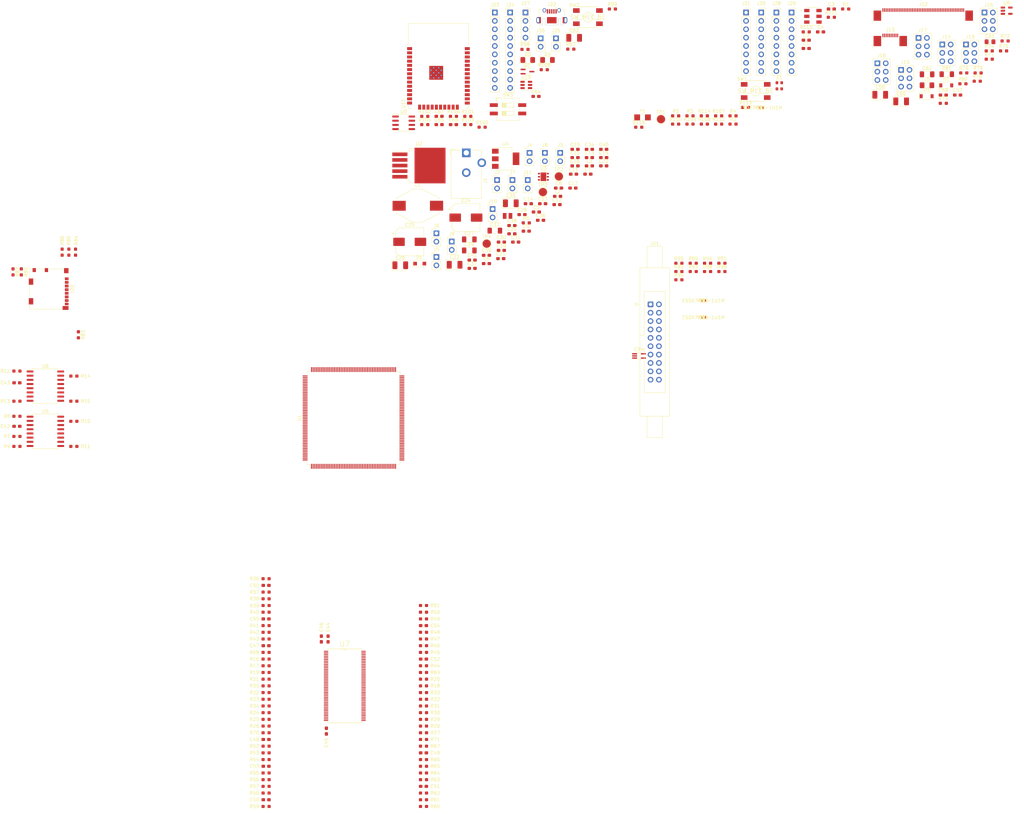
<source format=kicad_pcb>
(kicad_pcb (version 20211014) (generator pcbnew)
  (title_block (title "HardGFX Board") (date "2022-12-14") (rev "Rev.1") (company "HardGFX") (comment 1 "Esp. Eng. Sciarrone, Hanes Nahuel") (comment 2 "Master in embedded systems") (comment 3 "UBA - Facultad de Ingeniería"))
  (layers (0 "F.Cu" signal) (31 "B.Cu" signal) (34 "B.Paste" user) (35 "F.Paste" user) (36 "B.SilkS" user "B.Silkscreen") (37 "F.SilkS" user "F.Silkscreen") (38 "B.Mask" user) (39 "F.Mask" user) (44 "Edge.Cuts" user))
  (net 0 "")
  (net 1 "/RESET")
  (net 2 "GNDD")
  (net 3 "Net-(C2-Pad1)")
  (net 4 "Net-(C3-Pad1)")
  (net 5 "+3V3")
  (net 6 "/Power/VDD_MCU")
  (net 7 "/Power/Vin")
  (net 8 "+5V")
  (net 9 "+1V8")
  (net 10 "Net-(C30-Pad1)")
  (net 11 "GNDS")
  (net 12 "/VREF+")
  (net 13 "/Power/VDDA")
  (net 14 "/Power/VDD_SDC")
  (net 15 "Net-(C38-Pad1)")
  (net 16 "Net-(C39-Pad1)")
  (net 17 "Net-(C40-Pad1)")
  (net 18 "Net-(C41-Pad1)")
  (net 19 "Net-(C62-Pad1)")
  (net 20 "/USB_VBUS")
  (net 21 "Net-(C64-Pad1)")
  (net 22 "Net-(C65-Pad1)")
  (net 23 "Net-(CR2-Pad1)")
  (net 24 "Net-(CR3-Pad1)")
  (net 25 "Net-(CR4-Pad1)")
  (net 26 "Net-(CR4-Pad3)")
  (net 27 "Net-(CR4-Pad4)")
  (net 28 "Net-(CR4-Pad5)")
  (net 29 "Net-(D1-Pad1)")
  (net 30 "Net-(D2-Pad2)")
  (net 31 "Net-(D4-Pad1)")
  (net 32 "Net-(D4-Pad2)")
  (net 33 "Net-(D5-Pad1)")
  (net 34 "Net-(D5-Pad2)")
  (net 35 "Net-(J4-Pad2)")
  (net 36 "Net-(J6-Pad1)")
  (net 37 "Net-(J10-Pad1)")
  (net 38 "/LCD_R5")
  (net 39 "/LCD/UD")
  (net 40 "/LCD_DE")
  (net 41 "/LCD_VSYNC")
  (net 42 "/LCD_HSYNC")
  (net 43 "/LCD_B7")
  (net 44 "/LCD_B6")
  (net 45 "/LCD_B5")
  (net 46 "/LCD_B4")
  (net 47 "/LCD_B3")
  (net 48 "/LCD_B2")
  (net 49 "/LCD_B1")
  (net 50 "/LCD_B0")
  (net 51 "/LCD_G7")
  (net 52 "/LCD_G6")
  (net 53 "/LCD_G5")
  (net 54 "/LCD_G4")
  (net 55 "/LCD_G3")
  (net 56 "/LCD_G1")
  (net 57 "/LCD_G0")
  (net 58 "/LCD_R7")
  (net 59 "/LCD_R6")
  (net 60 "/LCD_R4")
  (net 61 "/LCD_R3")
  (net 62 "/LCD_R2")
  (net 63 "/LCD_R1")
  (net 64 "/LCD_R0")
  (net 65 "/LCD_DCLK")
  (net 66 "/LCD/LR")
  (net 67 "/~{LCD_RST}")
  (net 69 "/LCD/DITH")
  (net 72 "/LCD/MODE")
  (net 73 "/LCD_SCL")
  (net 75 "/LCD_SDA")
  (net 77 "Net-(J13-Pad7)")
  (net 78 "Net-(J13-Pad8)")
  (net 79 "/~{LCD_INT}")
  (net 80 "Net-(J14-Pad1)")
  (net 81 "Net-(J15-Pad1)")
  (net 82 "/~{LCD_WAKE}")
  (net 83 "Net-(J16-Pad2)")
  (net 84 "/LCD_MODE")
  (net 85 "Net-(J17-Pad2)")
  (net 86 "/LCD_LR")
  (net 87 "Net-(J18-Pad2)")
  (net 88 "/LCD_UD")
  (net 89 "Net-(J19-Pad2)")
  (net 90 "/LCD_DITH")
  (net 91 "/microSD_D2")
  (net 92 "/microSD_D3")
  (net 93 "/microSD_CMD")
  (net 94 "/microSD_CLK")
  (net 95 "/microSD_D0")
  (net 96 "/microSD_D1")
  (net 97 "/microSD_Detect")
  (net 98 "Net-(J21-Pad11)")
  (net 99 "Net-(J21-Pad17)")
  (net 100 "Net-(J21-Pad19)")
  (net 101 "/USB_D-")
  (net 102 "/USB_D+")
  (net 104 "/USB and Wi-FI/IO27")
  (net 105 "/USB and Wi-FI/IO26")
  (net 106 "/USB and Wi-FI/IO25")
  (net 107 "/USB and Wi-FI/IO33")
  (net 108 "/USB and Wi-FI/IO32")
  (net 109 "/USB and Wi-FI/IO35")
  (net 110 "/USB and Wi-FI/IO34")
  (net 111 "/USB and Wi-FI/IO39")
  (net 112 "/USB and Wi-FI/IO36")
  (net 113 "/USB and Wi-FI/IO23")
  (net 114 "/USB and Wi-FI/IO22")
  (net 115 "/USB and Wi-FI/IO21")
  (net 116 "/USB and Wi-FI/IO19")
  (net 117 "/USB and Wi-FI/IO18")
  (net 118 "/USB and Wi-FI/IO5")
  (net 119 "/USB and Wi-FI/IO17")
  (net 120 "/USB and Wi-FI/IO16")
  (net 121 "/USB and Wi-FI/IO4")
  (net 122 "/USB and Wi-FI/IO2")
  (net 123 "Net-(J25-Pad2)")
  (net 124 "Net-(J26-Pad1)")
  (net 125 "Net-(J26-Pad2)")
  (net 126 "Net-(J27-Pad1)")
  (net 127 "Net-(J27-Pad2)")
  (net 128 "Net-(J27-Pad3)")
  (net 129 "Net-(J27-Pad4)")
  (net 130 "/SPI4_CLK{slash}PE2")
  (net 131 "/GPIO{slash}PE3")
  (net 132 "/SPI4_MISO{slash}PE5")
  (net 133 "/SPI4_MOSI{slash}PE6")
  (net 134 "/RTC_TAMP2{slash}PI8")
  (net 135 "/RTC_OUT_CALIB{slash}PC13")
  (net 136 "/I2C2_SCL{slash}PH4")
  (net 137 "/I2C2_SDA{slash}PH5")
  (net 138 "/USART2_CTS{slash}PD3")
  (net 139 "/USART2_RTS{slash}PD4")
  (net 140 "/USART2_TX{slash}PD5")
  (net 141 "/USART2_RX{slash}PD6")
  (net 142 "/GPIO{slash}PD7")
  (net 143 "/GPIO{slash}PG11")
  (net 144 "/GPIO{slash}PG13")
  (net 145 "/GPIO{slash}PB7")
  (net 146 "/ADC1_INP11{slash}PC1")
  (net 147 "/TIM2_CH1{slash}PA0")
  (net 148 "/ADC1_INP4{slash}PC4")
  (net 149 "/ADC1_INN4{slash}PC5")
  (net 150 "Net-(Q1-Pad1)")
  (net 151 "Net-(R1-Pad1)")
  (net 152 "Net-(R1-Pad2)")
  (net 153 "Net-(R2-Pad1)")
  (net 154 "Net-(R2-Pad2)")
  (net 155 "Net-(R3-Pad1)")
  (net 156 "Net-(R3-Pad2)")
  (net 157 "Net-(R4-Pad2)")
  (net 158 "Net-(R5-Pad1)")
  (net 159 "/QSPI_BK1_NCS")
  (net 160 "/QSPI_BK1_IO3")
  (net 161 "Net-(R8-Pad2)")
  (net 162 "/QSPI_BK1_IO1")
  (net 163 "Net-(R9-Pad2)")
  (net 164 "Net-(R10-Pad1)")
  (net 165 "/QSPI_BK1_IO0")
  (net 166 "Net-(R11-Pad1)")
  (net 167 "/QSPI_BK1_IO2")
  (net 168 "/QSPI_BK2_IO3")
  (net 169 "Net-(R12-Pad2)")
  (net 170 "/QSPI_BK2_IO1")
  (net 171 "Net-(R13-Pad2)")
  (net 172 "Net-(R14-Pad1)")
  (net 173 "/QSPI_BK2_IO0")
  (net 174 "Net-(R15-Pad1)")
  (net 175 "/QSPI_BK2_IO2")
  (net 176 "/FMC_~{WE}")
  (net 177 "Net-(R16-Pad2)")
  (net 178 "/FMC_~{CAS}")
  (net 179 "Net-(R17-Pad2)")
  (net 180 "/FMC_CKE1")
  (net 181 "Net-(R18-Pad2)")
  (net 182 "/FMC_~{RAS}")
  (net 183 "Net-(R19-Pad2)")
  (net 184 "/FMC_CLK")
  (net 185 "Net-(R20-Pad2)")
  (net 186 "/FMC_~{NE1}")
  (net 187 "Net-(R21-Pad2)")
  (net 188 "/FMC_BA0")
  (net 189 "Net-(R22-Pad2)")
  (net 190 "/FMC_BA1")
  (net 191 "Net-(R23-Pad2)")
  (net 192 "/FMC_A0")
  (net 193 "Net-(R24-Pad2)")
  (net 194 "/FMC_A1")
  (net 195 "Net-(R25-Pad2)")
  (net 196 "/FMC_A2")
  (net 197 "Net-(R26-Pad2)")
  (net 198 "/FMC_A3")
  (net 199 "Net-(R27-Pad2)")
  (net 200 "/FMC_A4")
  (net 201 "Net-(R28-Pad2)")
  (net 202 "/FMC_A5")
  (net 203 "Net-(R29-Pad2)")
  (net 204 "/FMC_A6")
  (net 205 "Net-(R30-Pad2)")
  (net 206 "/FMC_A7")
  (net 207 "Net-(R31-Pad2)")
  (net 208 "/FMC_A8")
  (net 209 "Net-(R32-Pad2)")
  (net 210 "/FMC_A9")
  (net 211 "Net-(R33-Pad2)")
  (net 212 "/FMC_A10")
  (net 213 "Net-(R34-Pad2)")
  (net 214 "/FMC_A11")
  (net 215 "Net-(R35-Pad2)")
  (net 216 "Net-(R36-Pad1)")
  (net 217 "/FMC_D0")
  (net 218 "Net-(R37-Pad1)")
  (net 219 "/FMC_D1")
  (net 220 "Net-(R38-Pad1)")
  (net 221 "/FMC_D2")
  (net 222 "Net-(R39-Pad1)")
  (net 223 "/FMC_D3")
  (net 224 "Net-(R40-Pad1)")
  (net 225 "/FMC_D4")
  (net 226 "Net-(R41-Pad1)")
  (net 227 "/FMC_D5")
  (net 228 "Net-(R42-Pad1)")
  (net 229 "/FMC_D6")
  (net 230 "Net-(R43-Pad1)")
  (net 231 "/FMC_D7")
  (net 232 "Net-(R44-Pad1)")
  (net 233 "/FMC_D8")
  (net 234 "Net-(R45-Pad1)")
  (net 235 "/FMC_D9")
  (net 236 "Net-(R46-Pad1)")
  (net 237 "/FMC_D10")
  (net 238 "Net-(R47-Pad1)")
  (net 239 "/FMC_D11")
  (net 240 "Net-(R48-Pad1)")
  (net 241 "/FMC_D12")
  (net 242 "Net-(R49-Pad1)")
  (net 243 "/FMC_D13")
  (net 244 "Net-(R50-Pad1)")
  (net 245 "/FMC_D14")
  (net 246 "Net-(R51-Pad1)")
  (net 247 "/FMC_D15")
  (net 248 "Net-(R52-Pad1)")
  (net 249 "/FMC_D16")
  (net 250 "Net-(R53-Pad1)")
  (net 251 "/FMC_D17")
  (net 252 "Net-(R54-Pad1)")
  (net 253 "/FMC_D18")
  (net 254 "Net-(R55-Pad1)")
  (net 255 "/FMC_D19")
  (net 256 "Net-(R56-Pad1)")
  (net 257 "/FMC_D20")
  (net 258 "Net-(R57-Pad1)")
  (net 259 "/FMC_D21")
  (net 260 "Net-(R58-Pad1)")
  (net 261 "/FMC_D22")
  (net 262 "Net-(R59-Pad1)")
  (net 263 "/FMC_D23")
  (net 264 "Net-(R60-Pad1)")
  (net 265 "/FMC_D24")
  (net 266 "Net-(R61-Pad1)")
  (net 267 "/FMC_D25")
  (net 268 "Net-(R62-Pad1)")
  (net 269 "/FMC_D26")
  (net 270 "Net-(R63-Pad1)")
  (net 271 "/FMC_D27")
  (net 272 "Net-(R64-Pad1)")
  (net 273 "/FMC_D28")
  (net 274 "Net-(R65-Pad1)")
  (net 275 "/FMC_D29")
  (net 276 "Net-(R66-Pad1)")
  (net 277 "/FMC_D30")
  (net 278 "Net-(R67-Pad1)")
  (net 279 "/FMC_D31")
  (net 280 "/FMC_NBL0")
  (net 281 "/FMC_NBL1")
  (net 282 "/FMC_NBL2")
  (net 283 "/FMC_NBL3")
  (net 284 "/~{JTAG_TRST}")
  (net 285 "/JTAG_TCK")
  (net 286 "/JTAG_TMS")
  (net 287 "/JTAG_TDO")
  (net 288 "/JTAG_TDI")
  (net 289 "/USB_OverCurrent")
  (net 290 "Net-(R100-Pad1)")
  (net 291 "/USB_PSO")
  (net 292 "/QSPI_CLK")
  (net 293 "Net-(R107-Pad2)")
  (net 294 "Net-(R108-Pad2)")
  (net 295 "Net-(R109-Pad2)")
  (net 296 "Net-(R110-Pad2)")
  (net 297 "Net-(R111-Pad2)")
  (net 298 "Net-(R112-Pad2)")
  (net 299 "Net-(R113-Pad1)")
  (net 300 "Net-(R114-Pad1)")
  (net 301 "Net-(R115-Pad1)")
  (net 302 "Net-(R116-Pad1)")
  (net 303 "/WIFI_UART_RX")
  (net 304 "/WIFI_UART_TX")
  (net 305 "Net-(TP1-Pad1)")
  (net 309 "/LCD_BCKL")
  (net 310 "/LCD_G2")
  (net 347 "Net-(J12-Pad3)")
  (footprint "Inductor_SMD:L_0603_1608Metric_Pad1.05x0.95mm_HandSolder" (layer "F.Cu") (at 272.726 65.262)
    (fp_text reference "L3")
    (fp_text value "2506036017Y0")
  )
  (footprint "Resistor_SMD:R_0603_1608Metric_Pad0.98x0.95mm_HandSolder" (layer "F.Cu") (at 259.036 36.092)
    (fp_text reference "R106")
    (fp_text value "10K")
  )
  (footprint "Capacitor_SMD:C_0603_1608Metric_Pad1.08x0.95mm_HandSolder" (layer "F.Cu") (at 384.436 43.772)
    (fp_text reference "C57")
    (fp_text value "100nF")
  )
  (footprint "Capacitor_SMD:C_0603_1608Metric_Pad1.08x0.95mm_HandSolder" (layer "F.Cu") (at 222.4024 243.332)
    (fp_text reference "C49")
    (fp_text value "100nF")
  )
  (footprint "Diode_SMD:D_SOD-123" (layer "F.Cu") (at 375.036 44.132)
    (fp_text reference "D3")
    (fp_text value "BZT52-B24J")
  )
  (footprint "Resistor_SMD:R_0603_1608Metric_Pad0.98x0.95mm_HandSolder" (layer "F.Cu") (at 99.06 136.652)
    (fp_text reference "R13")
    (fp_text value "33")
  )
  (footprint "Connector_PinSocket_2.54mm:PinSocket_1x04_P2.54mm_Vertical" (layer "F.Cu") (at 253.336 18.742)
    (fp_text reference "J27")
    (fp_text value "JTAG")
  )
  (footprint "Resistor_SMD:R_0603_1608Metric_Pad0.98x0.95mm_HandSolder" (layer "F.Cu") (at 287.696 53.532)
    (fp_text reference "R116")
    (fp_text value "33")
  )
  (footprint "Package_TO_SOT_SMD:SOT-23-6" (layer "F.Cu") (at 253.586 40.712)
    (fp_text reference "U10")
    (fp_text value "USBLC6-4SC6")
  )
  (footprint "Connector_PinHeader_2.54mm:PinHeader_1x02_P2.54mm_Vertical" (layer "F.Cu") (at 226.316 92.912)
    (fp_text reference "J5")
    (fp_text value "Conn_01x02")
  )
  (footprint "Capacitor_SMD:C_0603_1608Metric_Pad1.08x0.95mm_HandSolder" (layer "F.Cu") (at 237.156 96.352)
    (fp_text reference "C37")
    (fp_text value "4.7uF")
  )
  (footprint "Capacitor_SMD:C_0603_1608Metric_Pad1.08x0.95mm_HandSolder" (layer "F.Cu") (at 174.6504 210.82 180)
    (fp_text reference "C47")
    (fp_text value "100nF")
  )
  (footprint "Resistor_SMD:R_0603_1608Metric_Pad0.98x0.95mm_HandSolder" (layer "F.Cu") (at 174.6504 229.108)
    (fp_text reference "R34")
    (fp_text value "33")
  )
  (footprint "Resistor_SMD:R_0603_1608Metric_Pad0.98x0.95mm_HandSolder" (layer "F.Cu") (at 112.776 91.44 -90)
    (fp_text reference "R86")
    (fp_text value "10K")
  )
  (footprint "Connector_PinHeader_2.54mm:PinHeader_2x03_P2.54mm_Vertical" (layer "F.Cu") (at 386.976 28.442)
    (fp_text reference "J19")
    (fp_text value "DITH")
  )
  (footprint "Resistor_SMD:R_0603_1608Metric_Pad0.98x0.95mm_HandSolder" (layer "F.Cu") (at 222.4024 212.852)
    (fp_text reference "R45")
    (fp_text value "33")
  )
  (footprint "Resistor_SMD:R_0603_1608Metric_Pad0.98x0.95mm_HandSolder" (layer "F.Cu") (at 116.332 142.748)
    (fp_text reference "R10")
    (fp_text value "33")
  )
  (footprint "Capacitor_SMD:C_0603_1608Metric_Pad1.08x0.95mm_HandSolder" (layer "F.Cu") (at 258.556 76.742)
    (fp_text reference "C33")
    (fp_text value "100nF")
  )
  (footprint "Resistor_SMD:R_0603_1608Metric_Pad0.98x0.95mm_HandSolder" (layer "F.Cu") (at 222.4024 229.108 180)
    (fp_text reference "R31")
    (fp_text value "33")
  )
  (footprint "Resistor_SMD:R_0603_1608Metric_Pad0.98x0.95mm_HandSolder" (layer "F.Cu") (at 222.4024 225.044 180)
    (fp_text reference "R33")
    (fp_text value "33")
  )
  (footprint "Resistor_SMD:R_0603_1608Metric_Pad0.98x0.95mm_HandSolder" (layer "F.Cu") (at 116.332 129.032)
    (fp_text reference "R14")
    (fp_text value "33")
  )
  (footprint "Oscillator:Oscillator_SMD_ECS_2520MV-xxx-xx-4Pin_2.5x2.0mm" (layer "F.Cu") (at 330.336 40.972)
    (fp_text reference "X1")
    (fp_text value "25MHz")
  )
  (footprint "Resistor_SMD:R_0603_1608Metric_Pad0.98x0.95mm_HandSolder" (layer "F.Cu") (at 174.6504 241.3 180)
    (fp_text reference "R52")
    (fp_text value "33")
  )
  (footprint "Resistor_SMD:R_0603_1608Metric_Pad0.98x0.95mm_HandSolder" (layer "F.Cu") (at 174.6504 204.724 180)
    (fp_text reference "R41")
    (fp_text value "33")
  )
  (footprint "Resistor_SMD:R_0603_1608Metric_Pad0.98x0.95mm_HandSolder" (layer "F.Cu") (at 312.926 97.312)
    (fp_text reference "R96")
    (fp_text value "47")
  )
  (footprint "Capacitor_SMD:C_0603_1608Metric_Pad1.08x0.95mm_HandSolder" (layer "F.Cu") (at 193.4464 208.788 90)
    (fp_text reference "C44")
    (fp_text value "4.7uF")
  )
  (footprint "ESDA7P60-1U1M:ESDA7P60-1U1M" (layer "F.Cu") (at 307.34 106.172)
    (fp_text reference "CR2")
    (fp_text value "ESDA7P60-1U1M")
  )
  (footprint "Capacitor_SMD:C_0603_1608Metric_Pad1.08x0.95mm_HandSolder" (layer "F.Cu") (at 252.286 80.042)
    (fp_text reference "C28")
    (fp_text value "100nF")
  )
  (footprint "Capacitor_SMD:C_0603_1608Metric_Pad1.08x0.95mm_HandSolder" (layer "F.Cu") (at 263.376 71.992)
    (fp_text reference "C8")
    (fp_text value "100nF")
  )
  (footprint "Resistor_SMD:R_0603_1608Metric_Pad0.98x0.95mm_HandSolder" (layer "F.Cu") (at 308.576 97.312)
    (fp_text reference "R88")
    (fp_text value "10K")
  )
  (footprint "Resistor_SMD:R_0603_1608Metric_Pad0.98x0.95mm_HandSolder" (layer "F.Cu") (at 174.6504 245.364 180)
    (fp_text reference "R54")
    (fp_text value "33")
  )
  (footprint "Button_switch_wuerth_elektronik_430481025816:Button_switch_wuerth_elektronik_430481025816" (layer "F.Cu") (at 323.181012 42.541999)
    (fp_text reference "SW1")
    (fp_text value "SW_MEC_5E")
  )
  (footprint "Connector_Card:microSD_HC_Molex_104031-0811" (layer "F.Cu") (at 108.712 102.616 -90)
    (fp_text reference "J20")
    (fp_text value "Micro_SD_Card_Det")
  )
  (footprint "Resistor_SMD:R_0603_1608Metric_Pad0.98x0.95mm_HandSolder" (layer "F.Cu") (at 338.506 24.622)
    (fp_text reference "R115")
    (fp_text value "33")
  )
  (footprint "Resistor_SMD:R_0603_1608Metric_Pad0.98x0.95mm_HandSolder" (layer "F.Cu") (at 174.6504 198.628 180)
    (fp_text reference "R39")
    (fp_text value "33")
  )
  (footprint "Capacitor_SMD:C_1206_3216Metric_Pad1.33x1.80mm_HandSolder" (layer "F.Cu") (at 236.296 87.562)
    (fp_text reference "C27")
    (fp_text value "10uF")
  )
  (footprint "LED_SMD:LED_1206_3216Metric_Pad1.42x1.75mm_HandSolder" (layer "F.Cu") (at 260.021 33.142)
    (fp_text reference "D4")
    (fp_text value "RED")
  )
  (footprint "Resistor_SMD:R_0603_1608Metric_Pad0.98x0.95mm_HandSolder" (layer "F.Cu") (at 222.4024 210.82)
    (fp_text reference "R46")
    (fp_text value "33")
  )
  (footprint "Capacitor_SMD:C_0603_1608Metric_Pad1.08x0.95mm_HandSolder" (layer "F.Cu") (at 237.156 93.842)
    (fp_text reference "C41")
    (fp_text value "220pF")
  )
  (footprint "Inductor_SMD:L_0603_1608Metric_Pad1.05x0.95mm_HandSolder" (layer "F.Cu") (at 263.076 74.502)
    (fp_text reference "L2")
    (fp_text value "FBMJ1608HM180NTR")
  )
  (footprint "Resistor_SMD:R_0603_1608Metric_Pad0.98x0.95mm_HandSolder" (layer "F.Cu") (at 174.6504 218.948)
    (fp_text reference "R19")
    (fp_text value "33")
  )
  (footprint "LQM2MPN2R2NG0L:INDC2016X100N" (layer "F.Cu") (at 247.901 80.447)
    (fp_text reference "L4")
    (fp_text value "2.2uH")
  )
  (footprint "Resistor_SMD:R_0603_1608Metric_Pad0.98x0.95mm_HandSolder" (layer "F.Cu") (at 316.296 50.082)
    (fp_text reference "R4")
    (fp_text value "0")
  )
  (footprint "Capacitor_SMD:C_0603_1608Metric_Pad1.08x0.95mm_HandSolder" (layer "F.Cu") (at 222.4024 253.492)
    (fp_text reference "C51")
    (fp_text value "100nF")
  )
  (footprint "Resistor_SMD:R_0603_1608Metric_Pad0.98x0.95mm_HandSolder" (layer "F.Cu") (at 222.4024 249.428)
    (fp_text reference "R64")
    (fp_text value "33")
  )
  (footprint "Resistor_SMD:R_0603_1608Metric_Pad0.98x0.95mm_HandSolder" (layer "F.Cu") (at 298.896 50.082)
    (fp_text reference "R5")
    (fp_text value "0")
  )
  (footprint "Capacitor_SMD:C_0603_1608Metric_Pad1.08x0.95mm_HandSolder" (layer "F.Cu") (at 174.6504 247.396 180)
    (fp_text reference "C53")
    (fp_text value "100nF")
  )
  (footprint "Capacitor_Tantalum_SMD:CP_EIA-3528-21_Kemet-B_Pad1.50x2.35mm_HandSolder" (layer "F.Cu") (at 248.886 76.612)
    (fp_text reference "C35")
    (fp_text value "1uF")
  )
  (footprint "Capacitor_SMD:CP_Elec_8x10" (layer "F.Cu") (at 235.271 80.962)
    (fp_text reference "C24")
    (fp_text value "150uF 35V")
  )
  (footprint "Connector_PinHeader_2.54mm:PinHeader_1x10_P2.54mm_Vertical" (layer "F.Cu") (at 248.686 18.742)
    (fp_text reference "J24")
    (fp_text value "WIFI_GPIO")
  )
  (footprint "Connector_PinHeader_2.54mm:PinHeader_1x02_P2.54mm_Vertical" (layer "F.Cu") (at 257.936 26.572)
    (fp_text reference "J26")
    (fp_text value "WIFI_UART")
  )
  (footprint "Resistor_SMD:R_0603_1608Metric_Pad0.98x0.95mm_HandSolder" (layer "F.Cu") (at 279.696 17.672)
    (fp_text reference "R99")
    (fp_text value "620")
  )
  (footprint "Resistor_SMD:R_0603_1608Metric_Pad0.98x0.95mm_HandSolder" (layer "F.Cu") (at 390.386 39.582)
    (fp_text reference "R78")
    (fp_text value "10K")
  )
  (footprint "Button_switch_wuerth_elektronik_430481025816:Button_switch_wuerth_elektronik_430481025816" (layer "F.Cu") (at 272.271012 20.141999)
    (fp_text reference "SW2")
    (fp_text value "SW_MEC_5E")
  )
  (footprint "Capacitor_SMD:C_0603_1608Metric_Pad1.08x0.95mm_HandSolder" (layer "F.Cu") (at 342.856 24.622)
    (fp_text reference "C4")
    (fp_text value "100nF")
  )
  (footprint "Diode_SMD:D_SOD-123" (layer "F.Cu") (at 380.986 40.842)
    (fp_text reference "D2")
    (fp_text value "MBR0530-TP ")
  )
  (footprint "Resistor_SMD:R_0603_1608Metric_Pad0.98x0.95mm_HandSolder" (layer "F.Cu") (at 222.4024 245.364)
    (fp_text reference "R66")
    (fp_text value "33")
  )
  (footprint "TestPoint:TestPoint_Pad_D2.5mm" (layer "F.Cu") (at 258.626 73.212)
    (fp_text reference "TP3")
    (fp_text value "TestPoint")
  )
  (footprint "Capacitor_Tantalum_SMD:CP_EIA-3528-21_Kemet-B_Pad1.50x2.35mm_HandSolder" (layer "F.Cu") (at 367.296 45.692)
    (fp_text reference "C60")
    (fp_text value "4.7uF")
  )
  (footprint "Resistor_SMD:R_0603_1608Metric_Pad0.98x0.95mm_HandSolder" (layer "F.Cu") (at 222.4024 233.172 180)
    (fp_text reference "R29")
    (fp_text value "33")
  )
  (footprint "Resistor_SMD:R_0603_1608Metric_Pad0.98x0.95mm_HandSolder" (layer "F.Cu") (at 174.6504 206.756)
    (fp_text reference "R42")
    (fp_text value "33")
  )
  (footprint "Capacitor_SMD:C_0603_1608Metric_Pad1.08x0.95mm_HandSolder" (layer "F.Cu") (at 254.206 76.742)
    (fp_text reference "C14")
    (fp_text value "100nF")
  )
  (footprint "Resistor_SMD:R_0603_1608Metric_Pad0.98x0.95mm_HandSolder" (layer "F.Cu") (at 174.6504 237.236)
    (fp_text reference "R70")
    (fp_text value "10K")
  )
  (footprint "TestPoint:TestPoint_Pad_D2.5mm" (layer "F.Cu") (at 241.576 88.862)
    (fp_text reference "TP4")
    (fp_text value "TestPoint")
  )
  (footprint "Connector_PinHeader_2.54mm:PinHeader_2x03_P2.54mm_Vertical" (layer "F.Cu") (at 367.286 36.142)
    (fp_text reference "J15")
    (fp_text value "~{LCD_WAKE}")
  )
  (footprint "Resistor_SMD:R_0603_1608Metric_Pad0.98x0.95mm_HandSolder" (layer "F.Cu") (at 174.6504 196.596 180)
    (fp_text reference "R38")
    (fp_text value "33")
  )
  (footprint "Diode_SMD:D_SOD-123F" (layer "F.Cu") (at 221.261 94.912)
    (fp_text reference "D1")
    (fp_text value "1N5819")
  )
  (footprint "Resistor_SMD:R_0603_1608Metric_Pad0.98x0.95mm_HandSolder" (layer "F.Cu") (at 350.476 17.672)
    (fp_text reference "R1")
    (fp_text value "10K")
  )
  (footprint "Package_TO_SOT_SMD:SOT-23-5" (layer "F.Cu") (at 399.296 18.192)
    (fp_text reference "U8")
    (fp_text value "TPS61041DBV")
  )
  (footprint "Resistor_SMD:R_0603_1608Metric_Pad0.98x0.95mm_HandSolder" (layer "F.Cu") (at 117.707 116.506 -90)
    (fp_text reference "R83")
    (fp_text value "4.7K")
  )
  (footprint "CAS-D20TA:SW_CAS-D20TA" (layer "F.Cu") (at 340.531 19.892)
    (fp_text reference "S1")
    (fp_text value "CAS-D20TA")
  )
  (footprint "Connector_PinHeader_2.54mm:PinHeader_1x02_P2.54mm_Vertical" (layer "F.Cu") (at 230.966 88.212)
    (fp_text reference "J9")
    (fp_text value "Conn_01x02")
  )
  (footprint "Resistor_SMD:R_0603_1608Metric_Pad0.98x0.95mm_HandSolder" (layer "F.Cu") (at 298.896 52.592)
    (fp_text reference "R110")
    (fp_text value "33")
  )
  (footprint "Resistor_SMD:R_0603_1608Metric_Pad0.98x0.95mm_HandSolder" (layer "F.Cu") (at 174.6504 249.428 180)
    (fp_text reference "R55")
    (fp_text value "33")
  )
  (footprint "Resistor_SMD:R_0603_1608Metric_Pad0.98x0.95mm_HandSolder" (layer "F.Cu") (at 308.576 94.802)
    (fp_text reference "R94")
    (fp_text value "47")
  )
  (footprint "Connector_PinSocket_2.54mm:PinSocket_1x08_P2.54mm_Vertical" (layer "F.Cu") (at 320.256 18.742)
    (fp_text reference "J31")
    (fp_text value "Conn_01x08")
  )
  (footprint "Connector_PinHeader_2.54mm:PinHeader_2x03_P2.54mm_Vertical" (layer "F.Cu") (at 379.776 28.442)
    (fp_text reference "J14")
    (fp_text value "~{LCD_RST}")
  )
  (footprint "Capacitor_SMD:C_0603_1608Metric_Pad1.08x0.95mm_HandSolder" (layer "F.Cu") (at 250.376 88.382)
    (fp_text reference "C31")
    (fp_text value "1uF")
  )
  (footprint "Resistor_SMD:R_0603_1608Metric_Pad0.98x0.95mm_HandSolder" (layer "F.Cu") (at 174.6504 251.46 180)
    (fp_text reference "R56")
    (fp_text value "33")
  )
  (footprint "Package_TO_SOT_SMD:SOT-323_SC-70_Handsoldering" (layer "F.Cu") (at 253.936 36.662)
    (fp_text reference "Q1")
    (fp_text value "BSR14")
  )
  (footprint "Capacitor_SMD:C_0603_1608Metric_Pad1.08x0.95mm_HandSolder" (layer "F.Cu") (at 249.226 85.872)
    (fp_text reference "C20")
    (fp_text value "100nF")
  )
  (footprint "Resistor_SMD:R_0603_1608Metric_Pad0.98x0.95mm_HandSolder" (layer "F.Cu") (at 116.332 136.652)
    (fp_text reference "R15")
    (fp_text value "33")
  )
  (footprint "Resistor_SMD:R_0603_1608Metric_Pad0.98x0.95mm_HandSolder" (layer "F.Cu") (at 380.086 46.282)
    (fp_text reference "R73")
    (fp_text value "2.2K")
  )
  (footprint "Resistor_SMD:R_0603_1608Metric_Pad0.98x0.95mm_HandSolder" (layer "F.Cu") (at 222.4024 202.692)
    (fp_text reference "R49")
    (fp_text value "33")
  )
  (footprint "Connector_PinSocket_2.54mm:PinSocket_1x08_P2.54mm_Vertical" (layer "F.Cu") (at 329.456 18.742)
    (fp_text reference "J28")
    (fp_text value "Conn_01x08")
  )
  (footprint "Capacitor_SMD:C_0603_1608Metric_Pad1.08x0.95mm_HandSolder" (layer "F.Cu") (at 277.076 65.262)
    (fp_text reference "C22")
    (fp_text value "100nF")
  )
  (footprint "Resistor_SMD:R_0603_1608Metric_Pad0.98x0.95mm_HandSolder" (layer "F.Cu") (at 99.06 147.3345 180)
    (fp_text reference "R7")
    (fp_text value "10K")
  )
  (footprint "Capacitor_SMD:C_0603_1608Metric_Pad1.08x0.95mm_HandSolder" (layer "F.Cu") (at 253.576 85.062)
    (fp_text reference "C9")
    (fp_text value "100nF")
  )
  (footprint "Resistor_SMD:R_0603_1608Metric_Pad0.98x0.95mm_HandSolder" (layer "F.Cu") (at 304.226 97.312)
    (fp_text reference "R93")
    (fp_text value "47")
  )
  (footprint "Capacitor_SMD:C_0603_1608Metric_Pad1.08x0.95mm_HandSolder" (layer "F.Cu") (at 174.6504 257.556 180)
    (fp_text reference "C56")
    (fp_text value "100nF")
  )
  (footprint "Connector_PinHeader_2.54mm:PinHeader_1x02_P2.54mm_Vertical" (layer "F.Cu") (at 259.226 61.312)
    (fp_text reference "J8")
    (fp_text value "Conn_01x02")
  )
  (footprint "Capacitor_SMD:C_0603_1608Metric_Pad1.08x0.95mm_HandSolder" (layer "F.Cu") (at 241.506 92.392)
    (fp_text reference "C39")
    (fp_text value "2.2uF")
  )
  (footprint "Button_Switch_SMD:SW_DIP_SPSTx02_Slide_6.7x6.64mm_W8.61mm_P2.54mm_LowProfile" (layer "F.Cu") (at 248.036 48.097)
    (fp_text reference "SW3")
    (fp_text value "WIFI_UART")
  )
  (footprint "Resistor_SMD:R_0603_1608Metric_Pad0.98x0.95mm_HandSolder" (layer "F.Cu") (at 398.836 27.372)
    (fp_text reference "R72")
    (fp_text value "2.2K")
  )
  (footprint "Capacitor_SMD:C_0603_1608Metric_Pad1.08x0.95mm_HandSolder" (layer "F.Cu") (at 227.136 50.232)
    (fp_text reference "C67")
    (fp_text value "22uF")
  )
  (footprint "Resistor_SMD:R_0603_1608Metric_Pad0.98x0.95mm_HandSolder" (layer "F.Cu") (at 174.6504 190.5)
    (fp_text reference "R36")
    (fp_text value "33")
  )
  (footprint "Resistor_SMD:R_0603_1608Metric_Pad0.98x0.95mm_HandSolder" (layer "F.Cu") (at 116.332 150.368)
    (fp_text reference "R11")
    (fp_text value "33")
  )
  (footprint "Capacitor_SMD:C_1206_3216Metric_Pad1.33x1.80mm_HandSolder" (layer "F.Cu") (at 236.296 90.912)
    (fp_text reference "C29")
    (fp_text value "10uF")
  )
  (footprint "Connector_PinSocket_2.54mm:PinSocket_1x08_P2.54mm_Vertical" (layer "F.Cu") (at 324.856 18.742)
    (fp_text reference "J30")
    (fp_text value "Conn_01x08")
  )
  (footprint "Capacitor_SMD:C_0603_1608Metric_Pad1.08x0.95mm_HandSolder" (layer "F.Cu") (at 272.726 60.242)
    (fp_text reference "C34")
    (fp_text value "100nF")
  )
  (footprint "Crystal:Crystal_SMD_G8-2Pin_3.2x1.5mm_HandSoldering" (layer "F.Cu") (at 288.846 50.552)
    (fp_text reference "Y1")
    (fp_text value "ECS-.327-6-34R-TR")
  )
  (footprint "Capacitor_SMD:C_0603_1608Metric_Pad1.08x0.95mm_HandSolder" (layer "F.Cu") (at 346.126 17.672)
    (fp_text reference "C3")
    (fp_text value "6pF")
  )
  (footprint "Resistor_SMD:R_0603_1608Metric_Pad0.98x0.95mm_HandSolder" (layer "F.Cu") (at 174.6504 216.916)
    (fp_text reference "R17")
    (fp_text value "33")
  )
  (footprint "Capacitor_SMD:C_0603_1608Metric_Pad1.08x0.95mm_HandSolder" (layer "F.Cu") (at 241.506 94.902)
    (fp_text reference "C6")
    (fp_text value "100nF")
  )
  (footprint "Resistor_SMD:R_0603_1608Metric_Pad0.98x0.95mm_HandSolder" (layer "F.Cu") (at 174.6504 253.492 180)
    (fp_text reference "R57")
    (fp_text value "33")
  )
  (footprint "Resistor_SMD:R_0603_1608Metric_Pad0.98x0.95mm_HandSolder" (layer "F.Cu") (at 99.06 150.368)
    (fp_text reference "R9")
    (fp_text value "33")
  )
  (footprint "Resistor_SMD:R_0603_1608Metric_Pad0.98x0.95mm_HandSolder" (layer "F.Cu") (at 299.876 97.312)
    (fp_text reference "R92")
    (fp_text value "47")
  )
  (footprint "Resistor_SMD:R_0603_1608Metric_Pad0.98x0.95mm_HandSolder" (layer "F.Cu") (at 222.4024 257.556)
    (fp_text reference "R61")
    (fp_text value "33")
  )
  (footprint "Capacitor_SMD:C_0603_1608Metric_Pad1.08x0.95mm_HandSolder" (layer "F.Cu") (at 99.06 131.068 180)
    (fp_text reference "C43")
    (fp_text value "100nF")
  )
  (footprint "Resistor_SMD:R_0603_1608Metric_Pad0.98x0.95mm_HandSolder" (layer "F.Cu") (at 174.6504 255.524 180)
    (fp_text reference "R58")
    (fp_text value "33")
  )
  (footprint "Resistor_SMD:R_0603_1608Metric_Pad0.98x0.95mm_HandSolder" (layer "F.Cu") (at 222.4024 251.46)
    (fp_text reference "R63")
    (fp_text value "33")
  )
  (footprint "Connector_PinHeader_2.54mm:PinHeader_2x03_P2.54mm_Vertical" (layer "F.Cu") (at 372.576 26.442)
    (fp_text reference "J17")
    (fp_text value "LR")
  )
  (footprint "Resistor_SMD:R_0603_1608Metric_Pad0.98x0.95mm_HandSolder" (layer "F.Cu") (at 299.876 94.802)
    (fp_text reference "R95")
    (fp_text value "47")
  )
  (footprint "Connector_PinHeader_2.54mm:PinHeader_2x03_P2.54mm_Vertical" (layer "F.Cu") (at 360.086 34.142)
    (fp_text reference "J18")
    (fp_text value "UD")
  )
  (footprint "Resistor_SMD:R_0603_1608Metric_Pad0.98x0.95mm_HandSolder" (layer "F.Cu") (at 299.876 99.822)
    (fp_text reference "R90")
    (fp_text value "10K")
  )
  (footprint "Resistor_SMD:R_0603_1608Metric_Pad0.98x0.95mm_HandSolder" (layer "F.Cu") (at 222.4024 231.14 180)
    (fp_text reference "R30")
    (fp_text value "33")
  )
  (footprint "Capacitor_SMD:C_0603_1608Metric_Pad1.08x0.95mm_HandSolder" (layer "F.Cu") (at 256.636 79.252)
    (fp_text reference "C5")
    (fp_text value "100nF")
  )
  (footprint "Resistor_SMD:R_0603_1608Metric_Pad0.98x0.95mm_HandSolder" (layer "F.Cu") (at 222.4024 237.236 180)
    (fp_text reference "R27")
    (fp_text value "33")
  )
  (footprint "TestPoint:TestPoint_Pad_D2.5mm" (layer "F.Cu") (at 294.446 51.102)
    (fp_text reference "TP1")
    (fp_text value "TestPoint")
  )
  (footprint "Capacitor_SMD:C_0603_1608Metric_Pad1.08x0.95mm_HandSolder" (layer "F.Cu") (at 338.506 29.642)
    (fp_text reference "C1")
    (fp_text value "100nF")
  )
  (footprint "Resistor_SMD:R_0603_1608Metric_Pad0.98x0.95mm_HandSolder" (layer "F.Cu") (at 174.6504 233.172)
    (fp_text reference "R25")
    (fp_text value "33")
  )
  (footprint "Resistor_SMD:R_0603_1608Metric_Pad0.98x0.95mm_HandSolder" (layer "F.Cu") (at 222.4024 259.588)
    (fp_text reference "R60")
    (fp_text value "33")
  )
  (footprint "Resistor_SMD:R_0603_1608Metric_Pad0.98x0.95mm_HandSolder" (layer "F.Cu") (at 267.086 29.852)
    (fp_text reference "R97")
    (fp_text value "0")
  )
  (footprint "Capacitor_SMD:C_0603_1608Metric_Pad1.08x0.95mm_HandSolder" (layer "F.Cu") (at 222.4024 204.724)
    (fp_text reference "C54")
    (fp_text value "100nF")
  )
  (footprint "Resistor_SMD:R_0603_1608Metric_Pad0.98x0.95mm_HandSolder" (layer "F.Cu") (at 222.4024 206.756)
    (fp_text reference "R48")
    (fp_text value "33")
  )
  (footprint "Capacitor_SMD:C_0603_1608Metric_Pad1.08x0.95mm_HandSolder" (layer "F.Cu") (at 338.506 27.132)
    (fp_text reference "C2")
    (fp_text value "6pF")
  )
  (footprint "Capacitor_Tantalum_SMD:CP_EIA-3528-21_Kemet-B_Pad1.50x2.35mm_HandSolder" (layer "F.Cu") (at 231.836 95.262)
    (fp_text reference "C23")
    (fp_text value "4.7uF")
  )
  (footprint "Resistor_SMD:R_0603_1608Metric_Pad0.98x0.95mm_HandSolder" (layer "F.Cu") (at 100.387 97.426 -90)
    (fp_text reference "R82")
    (fp_text value "4.7K")
  )
  (footprint "Resistor_SMD:R_0603_1608Metric_Pad0.98x0.95mm_HandSolder" (layer "F.Cu") (at 222.4024 198.628)
    (fp_text reference "R51")
    (fp_text value "33")
  )
  (footprint "Capacitor_SMD:C_0603_1608Metric_Pad1.08x0.95mm_HandSolder" (layer "F.Cu") (at 267.726 71.992)
    (fp_text reference "C17")
    (fp_text value "100nF")
  )
  (footprint "Resistor_SMD:R_0603_1608Metric_Pad0.98x0.95mm_HandSolder" (layer "F.Cu") (at 222.4024 235.204 180)
    (fp_text reference "R28")
    (fp_text value "33")
  )
  (footprint "Resistor_SMD:R_0603_1608Metric_Pad0.98x0.95mm_HandSolder" (layer "F.Cu") (at 222.4024 255.524)
    (fp_text reference "R62")
    (fp_text value "33")
  )
  (footprint "Connector_PinHeader_2.54mm:PinHeader_1x02_P2.54mm_Vertical" (layer "F.Cu") (at 244.726 69.562)
    (fp_text reference "J2")
    (fp_text value "Conn_01x02")
  )
  (footprint "Resistor_SMD:R_0603_1608Metric_Pad0.98x0.95mm_HandSolder" (layer "F.Cu") (at 174.6504 220.98)
    (fp_text reference "R21")
    (fp_text value "33")
  )
  (footprint "Resistor_SMD:R_0603_1608Metric_Pad0.98x0.95mm_HandSolder" (layer "F.Cu") (at 174.6504 231.14)
    (fp_text reference "R24")
    (fp_text value "33")
  )
  (footprint "Connector_PinHeader_2.54mm:PinHeader_2x03_P2.54mm_Vertical" (layer "F.Cu") (at 392.576 18.742)
    (fp_text reference "J16")
    (fp_text value "MODE")
  )
  (footprint "Package_DFN_QFN:DFN-6-1EP_3x3mm_P0.95mm_EP1.7x2.6mm" (layer "F.Cu") (at 258.776 68.562)
    (fp_text reference "U3")
    (fp_text value "ST1L05APU33R")
  )
  (footprint "Resistor_SMD:R_0603_1608Metric_Pad0.98x0.95mm_HandSolder" (layer "F.Cu") (at 174.6504 223.012)
    (fp_text reference "R35")
    (fp_text value "33")
  )
  (footprint "Resistor_SMD:R_0603_1608Metric_Pad0.98x0.95mm_HandSolder" (layer "F.Cu") (at 346.126 20.182)
    (fp_text reference "R111")
    (fp_text value "33")
  )
  (footprint "Package_SO:SOIC-8_3.9x4.9mm_P1.27mm" (layer "F.Cu") (at 216.386 52.202)
    (fp_text reference "U9")
    (fp_text value "STMPS2151MTR")
  )
  (footprint "Capacitor_SMD:C_0603_1608Metric_Pad1.08x0.95mm_HandSolder" (layer "F.Cu") (at 268.376 60.242)
    (fp_text reference "C19")
    (fp_text value "100nF")
  )
  (footprint "Resistor_SMD:R_0603_1608Metric_Pad0.98x0.95mm_HandSolder" (layer "F.Cu") (at 174.6504 194.564)
    (fp_text reference "R37")
    (fp_text value "33")
  )
  (footprint "Capacitor_SMD:C_1206_3216Metric_Pad1.33x1.80mm_HandSolder" (layer "F.Cu") (at 375.166 37.492)
    (fp_text reference "C62")
    (fp_text value "1uF")
  )
  (footprint "Capacitor_SMD:CP_Elec_8x10" (layer "F.Cu") (at 218.221 88.312)
    (fp_text reference "C25")
    (fp_text value "470uF 16V")
  )
  (footprint "Capacitor_SMD:C_0603_1608Metric_Pad1.08x0.95mm_HandSolder" (layer "F.Cu") (at 174.6504 202.692 180)
    (fp_text reference "C55")
    (fp_text value "100nF")
  )
  (footprint "Resistor_SMD:R_0603_1608Metric_Pad0.98x0.95mm_HandSolder" (layer "F.Cu") (at 235.836 52.742)
    (fp_text reference "R103")
    (fp_text value "22K")
  )
  (footprint "Resistor_SMD:R_0603_1608Metric_Pad0.98x0.95mm_HandSolder" (layer "F.Cu") (at 174.6504 225.044)
    (fp_text reference "R22")
    (fp_text value "33")
  )
  (footprint "Capacitor_SMD:C_0603_1608Metric_Pad1.08x0.95mm_HandSolder" (layer "F.Cu") (at 267.926 67.772)
    (fp_text reference "C11")
    (fp_text value "100nF")
  )
  (footprint "Capacitor_Tantalum_SMD:CP_EIA-3528-21_Kemet-B_Pad1.50x2.35mm_HandSolder" (layer "F.Cu") (at 268.106 26.422)
    (fp_text reference "C63")
    (fp_text value "4.7uF")
  )
  (footprint "Resistor_SMD:R_0603_1608Metric_Pad0.98x0.95mm_HandSolder" (layer "F.Cu") (at 174.6504 227.076)
    (fp_text reference "R23")
    (fp_text value "33")
  )
  (footprint "Resistor_SMD:R_0603_1608Metric_Pad0.98x0.95mm_HandSolder" (layer "F.Cu") (at 394.026 32.892)
    (fp_text reference "R77")
    (fp_text value "10K")
  )
  (footprint "Connector_USB:USB_Micro-AB_Molex_47590-0001" (layer "F.Cu") (at 261.316 21.072)
    (fp_text reference "J22")
    (fp_text value "USB_OTG")
    (fp_line (start -1.95 1.45) (end 1.95 1.45) (layer "Edge.Cuts") (width 0.1))
    (fp_line (start 2.8 -0.125) (end 2.8 1.45) (layer "Edge.Cuts") (width 0.1))
    (fp_line (start 2.8 1.45) (end 3.75 1.45) (layer "Edge.Cuts") (width 0.1))
    (fp_line (start -1.95 -0.125) (end -1.95 1.45) (layer "Edge.Cuts") (width 0.1))
    (fp_line (start -2.8 -0.125) (end -2.8 1.45) (layer "Edge.Cuts") (width 0.1))
    (fp_line (start -3.75 1.45) (end -2.8 1.45) (layer "Edge.Cuts") (width 0.1))
    (fp_line (start 1.95 -0.125) (end 1.95 1.45) (layer "Edge.Cuts") (width 0.1))
    (fp_arc (start -2.8 -0.125) (mid -2.375 -0.55) (end -1.95 -0.125) (layer "Edge.Cuts") (width 0.1))
    (fp_arc (start 1.95 -0.125) (mid 2.375 -0.55) (end 2.8 -0.125) (layer "Edge.Cuts") (width 0.1))
  )
  (footprint "Resistor_SMD:R_0603_1608Metric_Pad0.98x0.95mm_HandSolder" (layer "F.Cu") (at 390.646 37.072)
    (fp_text reference "R79")
    (fp_text value "10K")
  )
  (footprint "Resistor_SMD:R_0603_1608Metric_Pad0.98x0.95mm_HandSolder" (layer "F.Cu") (at 311.946 50.082)
    (fp_text reference "R107")
    (fp_text value "33")
  )
  (footprint "Connector_BarrelJack:BarrelJack_CUI_PJ-102AH_Horizontal" (layer "F.Cu") (at 235.376 61.312)
    (fp_text reference "J1")
    (fp_text value "Input Voltage")
  )
  (footprint "Resistor_SMD:R_0603_1608Metric_Pad0.98x0.95mm_HandSolder" (layer "F.Cu") (at 174.6504 208.788 180)
    (fp_text reference "R43")
    (fp_text value "33")
  )
  (footprint "Resistor_SMD:R_0603_1608Metric_Pad0.98x0.95mm_HandSolder" (layer "F.Cu") (at 174.6504 259.588 180)
    (fp_text reference "R59")
    (fp_text value "33")
  )
  (footprint "Capacitor_SMD:C_0603_1608Metric_Pad1.08x0.95mm_HandSolder" (layer "F.Cu") (at 231.486 52.742)
    (fp_text reference "C66")
    (fp_text value "100nF")
  )
  (footprint "Resistor_SMD:R_0603_1608Metric_Pad0.98x0.95mm_HandSolder" (layer "F.Cu") (at 222.4024 220.98 180)
    (fp_text reference "R20")
    (fp_text value "33")
  )
  (footprint "Capacitor_SMD:C_0603_1608Metric_Pad1.08x0.95mm_HandSolder" (layer "F.Cu") (at 380.086 43.772)
    (fp_text reference "C59")
    (fp_text value "100nF")
  )
  (footprint "Package_TO_SOT_SMD:TO-263-5_TabPin3" (layer "F.Cu") (at 221.006 65.162)
    (fp_text reference "U2")
    (fp_text value "MIC4575-5.0WU")
  )
  (footprint "Connector_PinHeader_2.54mm:PinHeader_1x02_P2.54mm_Vertical" (layer "F.Cu") (at 263.876 61.312)
    (fp_text reference "J3")
    (fp_text value "Conn_01x02")
  )
  (footprint "Inductor_SMD:L_Fastron_PISN_Handsoldering" (layer "F.Cu") (at 220.686 77.362)
    (fp_text reference "L1")
    (fp_text value "68uH")
  )
  (footprint "Resistor_SMD:R_0603_1608Metric_Pad0.98x0.95mm_HandSolder" (layer "F.Cu") (at 398.376 30.382)
    (fp_text reference "R75")
    (fp_text value "10K")
  )
  (footprint "Capacitor_SMD:C_0603_1608Metric_Pad1.08x0.95mm_HandSolder" (layer "F.Cu") (at 277.076 62.752)
    (fp_text reference "C15")
    (fp_text value "100nF")
  )
  (footprint "Package_QFP:LQFP-208_28x28mm_P0.5mm" (layer "F.Cu") (at 201.168 141.732 90)
    (fp_text reference "U1")
    (fp_text value "STM32H745BITx")
  )
  (footprint "Connector_PinSocket_2.54mm:PinSocket_1x08_P2.54mm_Vertical" (layer "F.Cu") (at 334.056 18.742)
    (fp_text reference "J29")
    (fp_text value "Conn_01x08")
  )
  (footprint "Resistor_SMD:R_0603_1608Metric_Pad0.98x0.95mm_HandSolder" (layer "F.Cu") (at 307.596 52.592)
    (fp_text reference "R108")
    (fp_text value "33")
  )
  (footprint "Resistor_SMD:R_1206_3216Metric_Pad1.30x1.75mm_HandSolder" (layer "F.Cu") (at 381.146 37.462)
    (fp_text reference "R81")
    (fp_text value "6.81(1%)")
  )
  (footprint "ESDA7P60-1U1M:ESDA7P60-1U1M" (layer "F.Cu") (at 324.813 47.6333)
    (fp_text reference "CR1")
    (fp_text value "ESDA7P60-1U1M")
  )
  (footprint "Capacitor_SMD:C_0603_1608Metric_Pad1.08x0.95mm_HandSolder" (layer "F.Cu") (at 272.726 62.752)
    (fp_text reference "C13")
    (fp_text value "100nF")
  )
  (footprint "Capacitor_SMD:C_0603_1608Metric_Pad1.08x0.95mm_HandSolder" (layer "F.Cu") (at 227.136 52.742)
    (fp_text reference "C65")
    (fp_text value "1uF")
  )
  (footprint "Connector_FFC-FPC:TE_5-1734839-0_1x50-1MP_P0.5mm_Horizontal" (layer "F.Cu") (at 374.006 19.342)
    (fp_text reference "J12")
    (fp_text value "FH12-50S-0.5SH")
  )
  (footprint "Capacitor_SMD:C_0603_1608Metric_Pad1.08x0.95mm_HandSolder" (layer "F.Cu") (at 256.536 44.192)
    (fp_text reference "C64")
    (fp_text value "100nF")
  )
  (footprint "Resistor_SMD:R_0603_1608Metric_Pad0.98x0.95mm_HandSolder" (layer "F.Cu") (at 320.106 47.512)
    (fp_text reference "R113")
    (fp_text value "33")
  )
  (footprint "Resistor_SMD:R_0603_1608Metric_Pad0.98x0.95mm_HandSolder" (layer "F.Cu") (at 307.596 50.082)
    (fp_text reference "R114")
    (fp_text value "33")
  )
  (footprint "Connector_PinHeader_2.54mm:PinHeader_1x02_P2.54mm_Vertical" (layer "F.Cu") (at 254.026 69.562)
    (fp_text reference "J11")
    (fp_text value "Conn_01x02")
  )
  (footprint "Inductor_SMD:L_1206_3216Metric_Pad1.42x1.75mm_HandSolder" (layer "F.Cu") (at 375.136 40.812)
    (fp_text reference "L5")
    (fp_text value "10uH")
  )
  (footprint "Capacitor_SMD:C_0603_1608Metric_Pad1.08x0.95mm_HandSolder" (layer "F.Cu") (at 246.026 90.892)
    (fp_text reference "C18")
    (fp_text value "100nF")
  )
  (footprint "Capacitor_SMD:C_0603_1608Metric_Pad1.08x0.95mm_HandSolder" (layer "F.Cu") (at 192.9384 236.728 -90)
    (fp_text reference "C45")
    (fp_text value "100nF")
  )
  (footprint "Capacitor_SMD:C_0603_1608Metric_Pad1.08x0.95mm_HandSolder" (layer "F.Cu") (at 222.4024 214.884)
    (fp_text reference "C52")
    (fp_text value "100nF")
  )
  (footprint "Resistor_SMD:R_0603_1608Metric_Pad0.98x0.95mm_HandSolder" (layer "F.Cu") (at 222.4024 247.396)
    (fp_text reference "R65")
    (fp_text value "33")
  )
  (footprint "Resistor_SMD:R_0603_1608Metric_Pad0.98x0.95mm_HandSolder" (layer "F.Cu") (at 222.4024 239.268 180)
    (fp_text reference "R71")
    (fp_text value "10K")
  )
  (footprint "Capacitor_SMD:C_0603_1608Metric_Pad1.08x0.95mm_HandSolder" (layer "F.Cu") (at 174.6504 239.268 180)
    (fp_text reference "C48")
    (fp_text value "100nF")
  )
  (footprint "Resistor_SMD:R_0603_1608Metric_Pad0.98x0.95mm_HandSolder" (layer "F.Cu") (at 174.6504 200.66 180)
    (fp_text reference "R40")
    (fp_text value "33")
  )
  (footprint "Resistor_SMD:R_0603_1608Metric_Pad0.98x0.95mm_HandSolder" (layer "F.Cu") (at 386.036 40.362)
    (fp_text reference "R80")
    (fp_text value "10K")
  )
  (footprint "Capacitor_SMD:C_0603_1608Metric_Pad1.08x0.95mm_HandSolder" (layer "F.Cu") (at 257.926 81.762)
    (fp_text reference "C36")
    (fp_text value "4.7uF")
  )
  (footprint "Capacitor_SMD:C_0603_1608Metric_Pad1.08x0.95mm_HandSolder" (layer "F.Cu") (at 99.06 144.272 180)
    (fp_text reference "C42")
    (fp_text value "100nF")
  )
  (footprint "Resistor_SMD:R_0603_1608Metric_Pad0.98x0.95mm_HandSolder" (layer "F.Cu") (at 394.026 30.382)
    (fp_text reference "R74")
    (fp_text value "10K")
  )
  (footprint "Resistor_SMD:R_0603_1608Metric_Pad0.98x0.95mm_HandSolder" (layer "F.Cu") (at 116.84 91.44 -90)
    (fp_text reference "R84")
    (fp_text value "4.7K")
  )
  (footprint "Resistor_SMD:R_0603_1608Metric_Pad0.98x0.95mm_HandSolder" (layer "F.Cu") (at 222.786 52.742)
    (fp_text reference "R104")
    (fp_text value "330")
  )
  (footprint "Resistor_SMD:R_0603_1608Metric_Pad0.98x0.95mm_HandSolder" (layer "F.Cu") (at 222.4024 223.012 180)
    (fp_text reference "R18")
    (fp_text value "33")
  )
  (footprint "Resistor_SMD:R_0603_1608Metric_Pad0.98x0.95mm_HandSolder" (layer "F.Cu") (at 240.186 53.522)
    (fp_text reference "R100")
    (fp_text value "10K")
  )
  (footprint "Connector_PinHeader_2.54mm:PinHeader_1x02_P2.54mm_Vertical" (layer "F.Cu") (at 262.586 26.572)
    (fp_text reference "J25")
    (fp_text value "Boot option")
  )
  (footprint "TestPoint:TestPoint_Pad_D2.5mm" (layer "F.Cu") (at 263.476 68.462)
    (fp_text reference "TP2")
    (fp_text value "TestPoint")
  )
  (footprint "Resistor_SMD:R_0603_1608Metric_Pad0.98x0.95mm_HandSolder" (layer "F.Cu") (at 114.808 91.44 -90)
    (fp_text reference "R85")
    (fp_text value "4.7K")
  )
  (footprint "Resistor_SMD:R_0603_1608Metric_Pad0.98x0.95mm_HandSolder" (layer "F.Cu") (at 99.06 141.224)
    (fp_text reference "R8")
    (fp_text value "33")
  )
  (footprint "Capacitor_SMD:C_0603_1608Metric_Pad1.08x0.95mm_HandSolder" (layer "F.Cu") (at 272.276 67.772)
    (fp_text reference "C7")
    (fp_text value "100nF")
  )
  (footprint "Resistor_SMD:R_0603_1608Metric_Pad0.98x0.95mm_HandSolder" (layer "F.Cu") (at 386.296 37.072)
    (fp_text reference "R76")
    (fp_text value "10K")
  )
  (footprint "RF_Module:ESP32-WROOM-32" (layer "F.Cu") (at 226.936 37.942)
    (fp_text reference "U11")
    (fp_text value "ESP32-WROOM-32")
  )
  (footprint "Capacitor_SMD:C_0603_1608Metric_Pad1.08x0.95mm_HandSolder" (layer "F.Cu") (at 249.226 83.362)
    (fp_text reference "C38")
    (fp_text value "2.2uF")
  )
  (footprint "Connector_IDC:IDC-Header_2x10_P2.54mm_Latch6.5mm_Vertical" (layer "F.Cu") (at 291.276 107.272)
    (fp_text reference "J21")
    (fp_text value "Conn_ARM_JTAG_SWD_20")
  )
  (footprint "Package_SO:SOIC-16W_7.5x10.3mm_P1.27mm" (layer "F.Cu") (at 107.696 132.08)
    (fp_text reference "U6")
    (fp_text value "MT25QL512ABB8ESF-0AAT")
  )
  (footprint "Package_TO_SOT_SMD:SOT-223-3_TabPin2" (layer "F.Cu") (at 247.326 63.112)
    (fp_text reference "U4")
    (fp_text value "LD1117S18TR")
  )
  (footprint "Capacitor_SMD:C_0603_1608Metric_Pad1.08x0.95mm_HandSolder" (layer "F.Cu") (at 246.026 88.382)
    (fp_text reference "C30")
    (fp_text value "10uF")
  )
  (footprint "Resistor_SMD:R_0603_1608Metric_Pad0.98x0.95mm_HandSolder" (layer "F.Cu") (at 231.486 50.232)
    (fp_text reference "R105")
    (fp_text value "0")
  )
  (footprint "Resistor_SMD:R_0603_1608Metric_Pad0.98x0.95mm_HandSolder" (layer "F.Cu") (at 222.4024 227.076 180)
    (fp_text reference "R32")
    (fp_text value "33")
  )
  (footprint "Resistor_SMD:R_0603_1608Metric_Pad0.98x0.95mm_HandSolder" (layer "F.Cu") (at 222.4024 216.916)
    (fp_text reference "R44")
    (fp_text value "33")
  )
  (footprint "Resistor_SMD:R_0603_1608Metric_Pad0.98x0.95mm_HandSolder" (layer "F.Cu") (at 174.6504 243.332 180)
    (fp_text reference "R53")
    (fp_text value "33")
  )
  (footprint "Connector_PinHeader_2.54mm:PinHeader_1x02_P2.54mm_Vertical" (layer "F.Cu") (at 254.576 61.312)
    (fp_text reference "J4")
    (fp_text value "Conn_01x02")
  )
  (footprint "Resistor_SMD:R_0603_1608Metric_Pad0.98x0.95mm_HandSolder" (layer "F.Cu") (at 311.946 52.592)
    (fp_text reference "R112")
    (fp_text value "33")
  )
  (footprint "Resistor_SMD:R_0603_1608Metric_Pad0.98x0.95mm_HandSolder" (layer "F.Cu") (at 97.877 97.426 -90)
    (fp_text reference "R87")
    (fp_text value "10K")
  )
  (footprint "Package_TO_SOT_SMD:SOT-353_SC-70-5_Handsoldering" (layer "F.Cu") (at 287.776 122.922)
    (fp_text reference "CR4")
    (fp_text value "ESDALC6V1W5")
  )
  (footprint "Resistor_SMD:R_0603_1608Metric_Pad0.98x0.95mm_HandSolder" (layer "F.Cu") (at 304.226 94.802)
    (fp_text reference "R89")
    (fp_text value "10K")
  )
  (footprint "Capacitor_SMD:C_0603_1608Metric_Pad1.08x0.95mm_HandSolder" (layer "F.Cu") (at 174.6504 192.532 180)
    (fp_text reference "C50")
    (fp_text value "100nF")
  )
  (footprint "Capacitor_SMD:C_0603_1608Metric_Pad1.08x0.95mm_HandSolder" (layer "F.Cu") (at 262.906 77.012)
    (fp_text reference "C12")
    (fp_text value "100nF")
  )
  (footprint "Connector_PinHeader_2.54mm:PinHeader_1x10_P2.54mm_Vertical" (layer "F.Cu") (at 244.036 18.742)
    (fp_text reference "J23")
    (fp_text value "WIFI_GPIO")
  )
  (footprint "Connector_PinHeader_2.54mm:PinHeader_1x02_P2.54mm_Vertical" (layer "F.Cu") (at 243.366 78.362)
    (fp_text reference "J10")
    (fp_text value "Conn_01x02")
  )
  (footprint "Resistor_SMD:R_0603_1608Metric_Pad0.98x0.95mm_HandSolder" (layer "F.Cu") (at 174.6504 212.852)
    (fp_text reference "R68")
    (fp_text value "10K")
  )
  (footprint "Capacitor_SMD:C_0603_1608Metric_Pad1.08x0.95mm_HandSolder" (layer "F.Cu") (at 277.076 60.242)
    (fp_text reference "C40")
    (fp_text value "10uF")
  )
  (footprint "Resistor_SMD:R_0603_1608Metric_Pad0.98x0.95mm_HandSolder" (layer "F.Cu") (at 99.06 127.508)
    (fp_text reference "R12")
    (fp_text value "33")
  )
  (footprint "Resistor_SMD:R_0603_1608Metric_Pad0.98x0.95mm_HandSolder" (layer "F.Cu") (at 222.4024 200.66)
    (fp_text reference "R50")
    (fp_text value "33")
  )
  (footprint "Connector_PinHeader_2.54mm:PinHeader_1x02_P2.54mm_Vertical" (layer "F.Cu") (at 249.376 69.562)
    (fp_text reference "J7")
    (fp_text value "Conn_01x02")
  )
  (footprint "Connector_PinHeader_2.54mm:PinHeader_1x02_P2.54mm_Vertical" (layer "F.Cu") (at 226.316 85.712)
    (fp_text reference "J6")
    (fp_text value "Conn_01x02")
  )
  (footprint "Resistor_SMD:R_0603_1608Metric_Pad0.98x0.95mm_HandSolder" (layer "F.Cu") (at 235.836 50.232)
    (fp_text reference "R101")
    (fp_text value "0")
  )
  (footprint "Resistor_SMD:R_0603_1608Metric_Pad0.98x0.95mm_HandSolder" (layer "F.Cu") (at 303.246 50.082)
    (fp_text reference "R3")
    (fp_text value "51")
  )
  (footprint "Connector_FFC-FPC:TE_1-1734839-0_1x10-1MP_P0.5mm_Horizontal" (layer "F.Cu") (at 364.006 27.042)
    (fp_text reference "J13")
    (fp_text value "FH12-10S-0.5SH")
  )
  (footprint "Resistor_SMD:R_0603_1608Metric_Pad0.98x0.95mm_HandSolder" (layer "F.Cu") (at 312.926 94.802)
    (fp_text reference "R91")
    (fp_text value "47")
  )
  (footprint "Resistor_SMD:R_0603_1608Metric_Pad0.98x0.95mm_HandSolder" (layer "F.Cu") (at 222.4024 241.3)
    (fp_text reference "R67")
    (fp_text value "33")
  )
  (footprint "Capacitor_SMD:C_0603_1608Metric_Pad1.08x0.95mm_HandSolder" (layer "F.Cu") (at 268.376 62.752)
    (fp_text reference "C10")
    (fp_text value "100nF")
  )
  (footprint "Capacitor_SMD:C_0603_1608Metric_Pad1.08x0.95mm_HandSolder" (layer "F.Cu") (at 268.376 65.262)
    (fp_text reference "C16")
    (fp_text value "100nF")
  )
  (footprint "Resistor_SMD:R_0603_1608Metric_Pad0.98x0.95mm_HandSolder" (layer "F.Cu") (at 222.786 50.232)
    (fp_text reference "R102")
    (fp_text value "47K")
  )
  (footprint "IS42S32800J-6TLI:SOP50P1176X120-86N" (layer "F.Cu") (at 198.5264 223.012)
    (fp_text reference "U7")
    (fp_text value "IS42S32800J-6TLI")
  )
  (footprint "Capacitor_SMD:C_0603_1608Metric_Pad1.08x0.95mm_HandSolder" (layer "F.Cu") (at 191.4144 208.788 90)
    (fp_text reference "C46")
    (fp_text value "100nF")
  )
  (footprint "Capacitor_SMD:C_0603_1608Metric_Pad1.08x0.95mm_HandSolder" (layer "F.Cu") (at 245.856 93.402)
    (fp_text reference "C21")
    (fp_text value "100nF")
  )
  (footprint "Capacitor_SMD:C_0805_2012Metric_Pad1.18x1.45mm_HandSolder" (layer "F.Cu") (at 394.256 27.622)
    (fp_text reference "C61")
    (fp_text value "10uF")
  )
  (footprint "Resistor_SMD:R_0603_1608Metric_Pad0.98x0.95mm_HandSolder" (layer "F.Cu") (at 174.6504 214.884)
    (fp_text reference "R16")
    (fp_text value "33")
  )
  (footprint "Resistor_SMD:R_0603_1608Metric_Pad0.98x0.95mm_HandSolder" (layer "F.Cu") (at 316.296 52.592)
    (fp_text reference "R2")
    (fp_text value "10K")
  )
  (footprint "Resistor_SMD:R_0603_1608Metric_Pad0.98x0.95mm_HandSolder" (layer "F.Cu") (at 222.4024 208.788)
    (fp_text reference "R47")
    (fp_text value "33")
  )
  (footprint "Resistor_SMD:R_0603_1608Metric_Pad0.98x0.95mm_HandSolder" (layer "F.Cu") (at 253.186 29.922)
    (fp_text reference "R98")
    (fp_text value "47K")
  )
  (footprint "Capacitor_Tantalum_SMD:CP_EIA-3528-21_Kemet-B_Pad1.50x2.35mm_HandSolder" (layer "F.Cu") (at 215.356 95.412)
    (fp_text reference "C26")
    (fp_text value "4.7uF")
  )
  (footprint "Resistor_SMD:R_0603_1608Metric_Pad0.98x0.95mm_HandSolder" (layer "F.Cu") (at 253.576 82.552)
    (fp_text reference "R6")
    (fp_text value "0")
  )
  (footprint "LED_SMD:LED_1206_3216Metric_Pad1.42x1.75mm_HandSolder" (layer "F.Cu") (at 254.031 33.142)
    (fp_text reference "D5")
    (fp_text value "GREEN")
  )
  (footprint "Resistor_SMD:R_0603_1608Metric_Pad0.98x0.95mm_HandSolder" (layer "F.Cu") (at 222.4024 218.948 180)
    (fp_text reference "R69")
    (fp_text value "10K")
  )
  (footprint "Capacitor_SMD:C_1206_3216Metric_Pad1.33x1.80mm_HandSolder" (layer "F.Cu") (at 244.046 84.912)
    (fp_text reference "C32")
    (fp_text value "10uF")
  )
  (footprint "Resistor_SMD:R_0603_1608Metric_Pad0.98x0.95mm_HandSolder" (layer "F.Cu") (at 303.246 52.592)
    (fp_text reference "R109")
    (fp_text value "33")
  )
  (footprint "Package_SO:SOIC-16W_7.5x10.3mm_P1.27mm" (layer "F.Cu") (at 107.696 145.796)
    (fp_text reference "U5")
    (fp_text value "MT25QL512ABB8ESF-0AAT")
  )
  (footprint "Resistor_SMD:R_0603_1608Metric_Pad0.98x0.95mm_HandSolder" (layer "F.Cu") (at 174.6504 235.204)
    (fp_text reference "R26")
    (fp_text value "33")
  )
  (footprint "ESDA7P60-1U1M:ESDA7P60-1U1M" (layer "F.Cu") (at 307.34 111.252)
    (fp_text reference "CR3")
    (fp_text value "ESDA7P60-1U1M")
  )
  (footprint "Capacitor_Tantalum_SMD:CP_EIA-3528-21_Kemet-B_Pad1.50x2.35mm_HandSolder" (layer "F.Cu") (at 360.956 43.692)
    (fp_text reference "C58")
    (fp_text value "4.7uF")
  )
)
</source>
